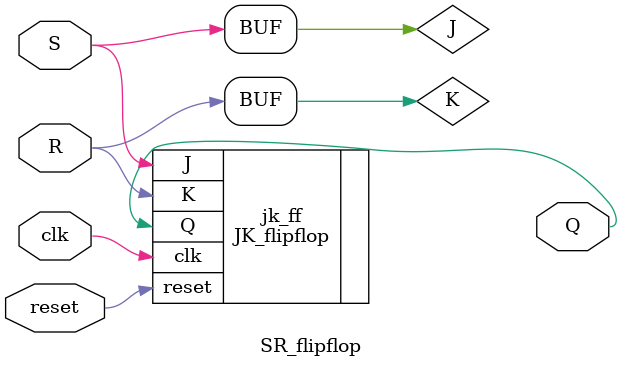
<source format=v>
`timescale 1ns / 1ps


module SR_flipflop (
    input S, R, clk, reset,
    output Q
);
    wire J = S;
    wire K = R;
    
    JK_flipflop jk_ff (.J(J), .K(K), .clk(clk), .reset(reset), .Q(Q));
endmodule

</source>
